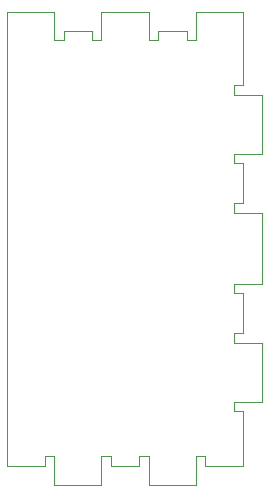
<source format=gbr>
%TF.GenerationSoftware,KiCad,Pcbnew,(6.0.8-1)-1*%
%TF.CreationDate,2022-10-26T12:14:21-07:00*%
%TF.ProjectId,side2,73696465-322e-46b6-9963-61645f706362,rev?*%
%TF.SameCoordinates,Original*%
%TF.FileFunction,Profile,NP*%
%FSLAX46Y46*%
G04 Gerber Fmt 4.6, Leading zero omitted, Abs format (unit mm)*
G04 Created by KiCad (PCBNEW (6.0.8-1)-1) date 2022-10-26 12:14:21*
%MOMM*%
%LPD*%
G01*
G04 APERTURE LIST*
%TA.AperFunction,Profile*%
%ADD10C,0.100000*%
%TD*%
G04 APERTURE END LIST*
D10*
X39560000Y-22060000D02*
X39560000Y-20460000D01*
X39560000Y-22860000D02*
X39560000Y-22060000D01*
X38760000Y-22860000D02*
X39560000Y-22860000D01*
X38760000Y-22060000D02*
X38760000Y-22860000D01*
X36360000Y-22060000D02*
X38760000Y-22060000D01*
X36360000Y-22860000D02*
X36360000Y-22060000D01*
X35560000Y-22860000D02*
X36360000Y-22860000D01*
X35560000Y-22060000D02*
X35560000Y-22860000D01*
X35560000Y-20460000D02*
X35560000Y-22060000D01*
X31560000Y-20460000D02*
X35560000Y-20460000D01*
X31560000Y-22060000D02*
X31560000Y-20460000D01*
X31560000Y-22860000D02*
X31560000Y-22060000D01*
X30760000Y-22860000D02*
X31560000Y-22860000D01*
X30760000Y-22060000D02*
X30760000Y-22860000D01*
X28360000Y-22060000D02*
X30760000Y-22060000D01*
X28360000Y-22860000D02*
X28360000Y-22060000D01*
X27560000Y-22860000D02*
X28360000Y-22860000D01*
X27560000Y-22060000D02*
X27560000Y-22860000D01*
X27560000Y-20460000D02*
X27560000Y-22060000D01*
X23560000Y-20460000D02*
X27560000Y-20460000D01*
X23560000Y-58860000D02*
X23560000Y-20460000D01*
X26760000Y-58860000D02*
X23560000Y-58860000D01*
X26760000Y-58060000D02*
X26760000Y-58860000D01*
X27560000Y-58060000D02*
X26760000Y-58060000D01*
X27560000Y-58860000D02*
X27560000Y-58060000D01*
X27560000Y-60460000D02*
X27560000Y-58860000D01*
X31560000Y-60460000D02*
X27560000Y-60460000D01*
X31560000Y-58860000D02*
X31560000Y-60460000D01*
X31560000Y-58060000D02*
X31560000Y-58860000D01*
X32360000Y-58060000D02*
X31560000Y-58060000D01*
X32360000Y-58860000D02*
X32360000Y-58060000D01*
X34760000Y-58860000D02*
X32360000Y-58860000D01*
X34760000Y-58060000D02*
X34760000Y-58860000D01*
X35560000Y-58060000D02*
X34760000Y-58060000D01*
X35560000Y-58860000D02*
X35560000Y-58060000D01*
X35560000Y-60460000D02*
X35560000Y-58860000D01*
X39560000Y-60460000D02*
X35560000Y-60460000D01*
X39560000Y-58860000D02*
X39560000Y-60460000D01*
X39560000Y-58060000D02*
X39560000Y-58860000D01*
X40360000Y-58060000D02*
X39560000Y-58060000D01*
X40360000Y-58860000D02*
X40360000Y-58060000D01*
X43560000Y-58860000D02*
X40360000Y-58860000D01*
X43560000Y-54260000D02*
X43560000Y-58860000D01*
X42760000Y-54260000D02*
X43560000Y-54260000D01*
X42760000Y-53460000D02*
X42760000Y-54260000D01*
X43560000Y-53460000D02*
X42760000Y-53460000D01*
X45160000Y-53460000D02*
X43560000Y-53460000D01*
X45160000Y-48460000D02*
X45160000Y-53460000D01*
X43560000Y-48460000D02*
X45160000Y-48460000D01*
X42760000Y-48460000D02*
X43560000Y-48460000D01*
X42760000Y-47660000D02*
X42760000Y-48460000D01*
X43560000Y-47660000D02*
X42760000Y-47660000D01*
X43560000Y-44260000D02*
X43560000Y-47660000D01*
X42760000Y-44260000D02*
X43560000Y-44260000D01*
X42760000Y-43460000D02*
X42760000Y-44260000D01*
X43560000Y-43460000D02*
X42760000Y-43460000D01*
X45160000Y-43460000D02*
X43560000Y-43460000D01*
X45160000Y-37460000D02*
X45160000Y-43460000D01*
X43560000Y-37460000D02*
X45160000Y-37460000D01*
X42760000Y-37460000D02*
X43560000Y-37460000D01*
X42760000Y-36660000D02*
X42760000Y-37460000D01*
X43560000Y-36660000D02*
X42760000Y-36660000D01*
X43560000Y-33260000D02*
X43560000Y-36660000D01*
X42760000Y-33260000D02*
X43560000Y-33260000D01*
X42760000Y-32460000D02*
X42760000Y-33260000D01*
X43560000Y-32460000D02*
X42760000Y-32460000D01*
X45160000Y-32460000D02*
X43560000Y-32460000D01*
X45160000Y-27460000D02*
X45160000Y-32460000D01*
X43560000Y-27460000D02*
X45160000Y-27460000D01*
X42760000Y-27460000D02*
X43560000Y-27460000D01*
X42760000Y-26660000D02*
X42760000Y-27460000D01*
X43560000Y-26660000D02*
X42760000Y-26660000D01*
X43560000Y-20460000D02*
X43560000Y-26660000D01*
X39560000Y-20460000D02*
X43560000Y-20460000D01*
M02*

</source>
